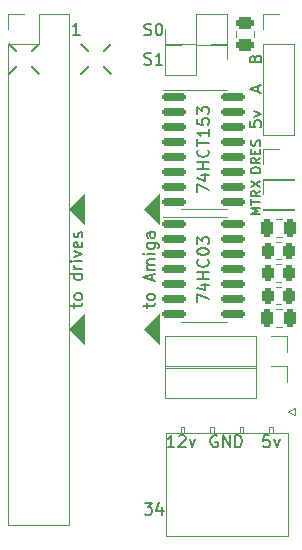
<source format=gto>
G04 #@! TF.GenerationSoftware,KiCad,Pcbnew,6.0.8-f2edbf62ab~116~ubuntu22.04.1*
G04 #@! TF.CreationDate,2022-10-12T19:37:44+02:00*
G04 #@! TF.ProjectId,Amiga dual floppy selector,416d6967-6120-4647-9561-6c20666c6f70,0.2*
G04 #@! TF.SameCoordinates,Original*
G04 #@! TF.FileFunction,Legend,Top*
G04 #@! TF.FilePolarity,Positive*
%FSLAX46Y46*%
G04 Gerber Fmt 4.6, Leading zero omitted, Abs format (unit mm)*
G04 Created by KiCad (PCBNEW 6.0.8-f2edbf62ab~116~ubuntu22.04.1) date 2022-10-12 19:37:44*
%MOMM*%
%LPD*%
G01*
G04 APERTURE LIST*
G04 Aperture macros list*
%AMRoundRect*
0 Rectangle with rounded corners*
0 $1 Rounding radius*
0 $2 $3 $4 $5 $6 $7 $8 $9 X,Y pos of 4 corners*
0 Add a 4 corners polygon primitive as box body*
4,1,4,$2,$3,$4,$5,$6,$7,$8,$9,$2,$3,0*
0 Add four circle primitives for the rounded corners*
1,1,$1+$1,$2,$3*
1,1,$1+$1,$4,$5*
1,1,$1+$1,$6,$7*
1,1,$1+$1,$8,$9*
0 Add four rect primitives between the rounded corners*
20,1,$1+$1,$2,$3,$4,$5,0*
20,1,$1+$1,$4,$5,$6,$7,0*
20,1,$1+$1,$6,$7,$8,$9,0*
20,1,$1+$1,$8,$9,$2,$3,0*%
G04 Aperture macros list end*
%ADD10C,0.150000*%
%ADD11C,0.100000*%
%ADD12C,0.120000*%
%ADD13R,1.700000X1.700000*%
%ADD14O,1.700000X1.700000*%
%ADD15R,1.900000X1.900000*%
%ADD16C,1.900000*%
%ADD17RoundRect,0.150000X-0.825000X-0.150000X0.825000X-0.150000X0.825000X0.150000X-0.825000X0.150000X0*%
%ADD18RoundRect,0.250000X0.262500X0.450000X-0.262500X0.450000X-0.262500X-0.450000X0.262500X-0.450000X0*%
%ADD19RoundRect,0.250000X-0.250000X-0.475000X0.250000X-0.475000X0.250000X0.475000X-0.250000X0.475000X0*%
%ADD20RoundRect,0.250000X0.475000X-0.250000X0.475000X0.250000X-0.475000X0.250000X-0.475000X-0.250000X0*%
G04 APERTURE END LIST*
D10*
X115316000Y-72390000D02*
X112776000Y-69850000D01*
X112776000Y-72390000D02*
X115316000Y-69850000D01*
D11*
G36*
X119380000Y-95250000D02*
G01*
X118110000Y-93980000D01*
X119380000Y-92710000D01*
X119380000Y-95250000D01*
G37*
X119380000Y-95250000D02*
X118110000Y-93980000D01*
X119380000Y-92710000D01*
X119380000Y-95250000D01*
G36*
X113030000Y-85090000D02*
G01*
X111760000Y-83820000D01*
X113030000Y-82550000D01*
X113030000Y-85090000D01*
G37*
X113030000Y-85090000D02*
X111760000Y-83820000D01*
X113030000Y-82550000D01*
X113030000Y-85090000D01*
D10*
X109220000Y-72390000D02*
X106680000Y-69850000D01*
D11*
G36*
X119380000Y-85090000D02*
G01*
X118110000Y-83820000D01*
X119380000Y-82550000D01*
X119380000Y-85090000D01*
G37*
X119380000Y-85090000D02*
X118110000Y-83820000D01*
X119380000Y-82550000D01*
X119380000Y-85090000D01*
D10*
X106680000Y-72390000D02*
X109220000Y-69850000D01*
D11*
G36*
X113030000Y-95250000D02*
G01*
X111760000Y-93980000D01*
X113030000Y-92710000D01*
X113030000Y-95250000D01*
G37*
X113030000Y-95250000D02*
X111760000Y-93980000D01*
X113030000Y-92710000D01*
X113030000Y-95250000D01*
D10*
X128762142Y-102957380D02*
X128285952Y-102957380D01*
X128238333Y-103433571D01*
X128285952Y-103385952D01*
X128381190Y-103338333D01*
X128619285Y-103338333D01*
X128714523Y-103385952D01*
X128762142Y-103433571D01*
X128809761Y-103528809D01*
X128809761Y-103766904D01*
X128762142Y-103862142D01*
X128714523Y-103909761D01*
X128619285Y-103957380D01*
X128381190Y-103957380D01*
X128285952Y-103909761D01*
X128238333Y-103862142D01*
X129143095Y-103290714D02*
X129381190Y-103957380D01*
X129619285Y-103290714D01*
X118173595Y-71524761D02*
X118316452Y-71572380D01*
X118554547Y-71572380D01*
X118649785Y-71524761D01*
X118697404Y-71477142D01*
X118745023Y-71381904D01*
X118745023Y-71286666D01*
X118697404Y-71191428D01*
X118649785Y-71143809D01*
X118554547Y-71096190D01*
X118364071Y-71048571D01*
X118268833Y-71000952D01*
X118221214Y-70953333D01*
X118173595Y-70858095D01*
X118173595Y-70762857D01*
X118221214Y-70667619D01*
X118268833Y-70620000D01*
X118364071Y-70572380D01*
X118602166Y-70572380D01*
X118745023Y-70620000D01*
X119697404Y-71572380D02*
X119125976Y-71572380D01*
X119411690Y-71572380D02*
X119411690Y-70572380D01*
X119316452Y-70715238D01*
X119221214Y-70810476D01*
X119125976Y-70858095D01*
X118403714Y-92161904D02*
X118403714Y-91780952D01*
X118070380Y-92019047D02*
X118927523Y-92019047D01*
X119022761Y-91971428D01*
X119070380Y-91876190D01*
X119070380Y-91780952D01*
X119070380Y-91304761D02*
X119022761Y-91400000D01*
X118975142Y-91447619D01*
X118879904Y-91495238D01*
X118594190Y-91495238D01*
X118498952Y-91447619D01*
X118451333Y-91400000D01*
X118403714Y-91304761D01*
X118403714Y-91161904D01*
X118451333Y-91066666D01*
X118498952Y-91019047D01*
X118594190Y-90971428D01*
X118879904Y-90971428D01*
X118975142Y-91019047D01*
X119022761Y-91066666D01*
X119070380Y-91161904D01*
X119070380Y-91304761D01*
X118784666Y-89828571D02*
X118784666Y-89352380D01*
X119070380Y-89923809D02*
X118070380Y-89590476D01*
X119070380Y-89257142D01*
X119070380Y-88923809D02*
X118403714Y-88923809D01*
X118498952Y-88923809D02*
X118451333Y-88876190D01*
X118403714Y-88780952D01*
X118403714Y-88638095D01*
X118451333Y-88542857D01*
X118546571Y-88495238D01*
X119070380Y-88495238D01*
X118546571Y-88495238D02*
X118451333Y-88447619D01*
X118403714Y-88352380D01*
X118403714Y-88209523D01*
X118451333Y-88114285D01*
X118546571Y-88066666D01*
X119070380Y-88066666D01*
X119070380Y-87590476D02*
X118403714Y-87590476D01*
X118070380Y-87590476D02*
X118118000Y-87638095D01*
X118165619Y-87590476D01*
X118118000Y-87542857D01*
X118070380Y-87590476D01*
X118165619Y-87590476D01*
X118403714Y-86685714D02*
X119213238Y-86685714D01*
X119308476Y-86733333D01*
X119356095Y-86780952D01*
X119403714Y-86876190D01*
X119403714Y-87019047D01*
X119356095Y-87114285D01*
X119022761Y-86685714D02*
X119070380Y-86780952D01*
X119070380Y-86971428D01*
X119022761Y-87066666D01*
X118975142Y-87114285D01*
X118879904Y-87161904D01*
X118594190Y-87161904D01*
X118498952Y-87114285D01*
X118451333Y-87066666D01*
X118403714Y-86971428D01*
X118403714Y-86780952D01*
X118451333Y-86685714D01*
X119070380Y-85780952D02*
X118546571Y-85780952D01*
X118451333Y-85828571D01*
X118403714Y-85923809D01*
X118403714Y-86114285D01*
X118451333Y-86209523D01*
X119022761Y-85780952D02*
X119070380Y-85876190D01*
X119070380Y-86114285D01*
X119022761Y-86209523D01*
X118927523Y-86257142D01*
X118832285Y-86257142D01*
X118737047Y-86209523D01*
X118689428Y-86114285D01*
X118689428Y-85876190D01*
X118641809Y-85780952D01*
X127563571Y-71048571D02*
X127611190Y-70905714D01*
X127658809Y-70858095D01*
X127754047Y-70810476D01*
X127896904Y-70810476D01*
X127992142Y-70858095D01*
X128039761Y-70905714D01*
X128087380Y-71000952D01*
X128087380Y-71381904D01*
X127087380Y-71381904D01*
X127087380Y-71048571D01*
X127135000Y-70953333D01*
X127182619Y-70905714D01*
X127277857Y-70858095D01*
X127373095Y-70858095D01*
X127468333Y-70905714D01*
X127515952Y-70953333D01*
X127563571Y-71048571D01*
X127563571Y-71381904D01*
X112680714Y-69032380D02*
X112109285Y-69032380D01*
X112395000Y-69032380D02*
X112395000Y-68032380D01*
X112299761Y-68175238D01*
X112204523Y-68270476D01*
X112109285Y-68318095D01*
X127087380Y-76342857D02*
X127087380Y-76819047D01*
X127563571Y-76866666D01*
X127515952Y-76819047D01*
X127468333Y-76723809D01*
X127468333Y-76485714D01*
X127515952Y-76390476D01*
X127563571Y-76342857D01*
X127658809Y-76295238D01*
X127896904Y-76295238D01*
X127992142Y-76342857D01*
X128039761Y-76390476D01*
X128087380Y-76485714D01*
X128087380Y-76723809D01*
X128039761Y-76819047D01*
X127992142Y-76866666D01*
X127420714Y-75961904D02*
X128087380Y-75723809D01*
X127420714Y-75485714D01*
X122642380Y-82382857D02*
X122642380Y-81716190D01*
X123642380Y-82144761D01*
X122975714Y-80906666D02*
X123642380Y-80906666D01*
X122594761Y-81144761D02*
X123309047Y-81382857D01*
X123309047Y-80763809D01*
X123642380Y-80382857D02*
X122642380Y-80382857D01*
X123118571Y-80382857D02*
X123118571Y-79811428D01*
X123642380Y-79811428D02*
X122642380Y-79811428D01*
X123547142Y-78763809D02*
X123594761Y-78811428D01*
X123642380Y-78954285D01*
X123642380Y-79049523D01*
X123594761Y-79192380D01*
X123499523Y-79287619D01*
X123404285Y-79335238D01*
X123213809Y-79382857D01*
X123070952Y-79382857D01*
X122880476Y-79335238D01*
X122785238Y-79287619D01*
X122690000Y-79192380D01*
X122642380Y-79049523D01*
X122642380Y-78954285D01*
X122690000Y-78811428D01*
X122737619Y-78763809D01*
X122642380Y-78478095D02*
X122642380Y-77906666D01*
X123642380Y-78192380D02*
X122642380Y-78192380D01*
X123642380Y-77049523D02*
X123642380Y-77620952D01*
X123642380Y-77335238D02*
X122642380Y-77335238D01*
X122785238Y-77430476D01*
X122880476Y-77525714D01*
X122928095Y-77620952D01*
X122642380Y-76144761D02*
X122642380Y-76620952D01*
X123118571Y-76668571D01*
X123070952Y-76620952D01*
X123023333Y-76525714D01*
X123023333Y-76287619D01*
X123070952Y-76192380D01*
X123118571Y-76144761D01*
X123213809Y-76097142D01*
X123451904Y-76097142D01*
X123547142Y-76144761D01*
X123594761Y-76192380D01*
X123642380Y-76287619D01*
X123642380Y-76525714D01*
X123594761Y-76620952D01*
X123547142Y-76668571D01*
X122642380Y-75763809D02*
X122642380Y-75144761D01*
X123023333Y-75478095D01*
X123023333Y-75335238D01*
X123070952Y-75240000D01*
X123118571Y-75192380D01*
X123213809Y-75144761D01*
X123451904Y-75144761D01*
X123547142Y-75192380D01*
X123594761Y-75240000D01*
X123642380Y-75335238D01*
X123642380Y-75620952D01*
X123594761Y-75716190D01*
X123547142Y-75763809D01*
X127996904Y-80727380D02*
X127196904Y-80727380D01*
X127196904Y-80536904D01*
X127235000Y-80422619D01*
X127311190Y-80346428D01*
X127387380Y-80308333D01*
X127539761Y-80270238D01*
X127654047Y-80270238D01*
X127806428Y-80308333D01*
X127882619Y-80346428D01*
X127958809Y-80422619D01*
X127996904Y-80536904D01*
X127996904Y-80727380D01*
X127996904Y-79470238D02*
X127615952Y-79736904D01*
X127996904Y-79927380D02*
X127196904Y-79927380D01*
X127196904Y-79622619D01*
X127235000Y-79546428D01*
X127273095Y-79508333D01*
X127349285Y-79470238D01*
X127463571Y-79470238D01*
X127539761Y-79508333D01*
X127577857Y-79546428D01*
X127615952Y-79622619D01*
X127615952Y-79927380D01*
X127577857Y-79127380D02*
X127577857Y-78860714D01*
X127996904Y-78746428D02*
X127996904Y-79127380D01*
X127196904Y-79127380D01*
X127196904Y-78746428D01*
X127958809Y-78441666D02*
X127996904Y-78327380D01*
X127996904Y-78136904D01*
X127958809Y-78060714D01*
X127920714Y-78022619D01*
X127844523Y-77984523D01*
X127768333Y-77984523D01*
X127692142Y-78022619D01*
X127654047Y-78060714D01*
X127615952Y-78136904D01*
X127577857Y-78289285D01*
X127539761Y-78365476D01*
X127501666Y-78403571D01*
X127425476Y-78441666D01*
X127349285Y-78441666D01*
X127273095Y-78403571D01*
X127235000Y-78365476D01*
X127196904Y-78289285D01*
X127196904Y-78098809D01*
X127235000Y-77984523D01*
X122642380Y-91685714D02*
X122642380Y-91019047D01*
X123642380Y-91447619D01*
X122975714Y-90209523D02*
X123642380Y-90209523D01*
X122594761Y-90447619D02*
X123309047Y-90685714D01*
X123309047Y-90066666D01*
X123642380Y-89685714D02*
X122642380Y-89685714D01*
X123118571Y-89685714D02*
X123118571Y-89114285D01*
X123642380Y-89114285D02*
X122642380Y-89114285D01*
X123547142Y-88066666D02*
X123594761Y-88114285D01*
X123642380Y-88257142D01*
X123642380Y-88352380D01*
X123594761Y-88495238D01*
X123499523Y-88590476D01*
X123404285Y-88638095D01*
X123213809Y-88685714D01*
X123070952Y-88685714D01*
X122880476Y-88638095D01*
X122785238Y-88590476D01*
X122690000Y-88495238D01*
X122642380Y-88352380D01*
X122642380Y-88257142D01*
X122690000Y-88114285D01*
X122737619Y-88066666D01*
X122642380Y-87447619D02*
X122642380Y-87352380D01*
X122690000Y-87257142D01*
X122737619Y-87209523D01*
X122832857Y-87161904D01*
X123023333Y-87114285D01*
X123261428Y-87114285D01*
X123451904Y-87161904D01*
X123547142Y-87209523D01*
X123594761Y-87257142D01*
X123642380Y-87352380D01*
X123642380Y-87447619D01*
X123594761Y-87542857D01*
X123547142Y-87590476D01*
X123451904Y-87638095D01*
X123261428Y-87685714D01*
X123023333Y-87685714D01*
X122832857Y-87638095D01*
X122737619Y-87590476D01*
X122690000Y-87542857D01*
X122642380Y-87447619D01*
X122642380Y-86780952D02*
X122642380Y-86161904D01*
X123023333Y-86495238D01*
X123023333Y-86352380D01*
X123070952Y-86257142D01*
X123118571Y-86209523D01*
X123213809Y-86161904D01*
X123451904Y-86161904D01*
X123547142Y-86209523D01*
X123594761Y-86257142D01*
X123642380Y-86352380D01*
X123642380Y-86638095D01*
X123594761Y-86733333D01*
X123547142Y-86780952D01*
X120713571Y-103957380D02*
X120142142Y-103957380D01*
X120427857Y-103957380D02*
X120427857Y-102957380D01*
X120332619Y-103100238D01*
X120237380Y-103195476D01*
X120142142Y-103243095D01*
X121094523Y-103052619D02*
X121142142Y-103005000D01*
X121237380Y-102957380D01*
X121475476Y-102957380D01*
X121570714Y-103005000D01*
X121618333Y-103052619D01*
X121665952Y-103147857D01*
X121665952Y-103243095D01*
X121618333Y-103385952D01*
X121046904Y-103957380D01*
X121665952Y-103957380D01*
X121999285Y-103290714D02*
X122237380Y-103957380D01*
X122475476Y-103290714D01*
X112244214Y-92138095D02*
X112244214Y-91757142D01*
X111910880Y-91995238D02*
X112768023Y-91995238D01*
X112863261Y-91947619D01*
X112910880Y-91852380D01*
X112910880Y-91757142D01*
X112910880Y-91280952D02*
X112863261Y-91376190D01*
X112815642Y-91423809D01*
X112720404Y-91471428D01*
X112434690Y-91471428D01*
X112339452Y-91423809D01*
X112291833Y-91376190D01*
X112244214Y-91280952D01*
X112244214Y-91138095D01*
X112291833Y-91042857D01*
X112339452Y-90995238D01*
X112434690Y-90947619D01*
X112720404Y-90947619D01*
X112815642Y-90995238D01*
X112863261Y-91042857D01*
X112910880Y-91138095D01*
X112910880Y-91280952D01*
X112910880Y-89328571D02*
X111910880Y-89328571D01*
X112863261Y-89328571D02*
X112910880Y-89423809D01*
X112910880Y-89614285D01*
X112863261Y-89709523D01*
X112815642Y-89757142D01*
X112720404Y-89804761D01*
X112434690Y-89804761D01*
X112339452Y-89757142D01*
X112291833Y-89709523D01*
X112244214Y-89614285D01*
X112244214Y-89423809D01*
X112291833Y-89328571D01*
X112910880Y-88852380D02*
X112244214Y-88852380D01*
X112434690Y-88852380D02*
X112339452Y-88804761D01*
X112291833Y-88757142D01*
X112244214Y-88661904D01*
X112244214Y-88566666D01*
X112910880Y-88233333D02*
X112244214Y-88233333D01*
X111910880Y-88233333D02*
X111958500Y-88280952D01*
X112006119Y-88233333D01*
X111958500Y-88185714D01*
X111910880Y-88233333D01*
X112006119Y-88233333D01*
X112244214Y-87852380D02*
X112910880Y-87614285D01*
X112244214Y-87376190D01*
X112863261Y-86614285D02*
X112910880Y-86709523D01*
X112910880Y-86900000D01*
X112863261Y-86995238D01*
X112768023Y-87042857D01*
X112387071Y-87042857D01*
X112291833Y-86995238D01*
X112244214Y-86900000D01*
X112244214Y-86709523D01*
X112291833Y-86614285D01*
X112387071Y-86566666D01*
X112482309Y-86566666D01*
X112577547Y-87042857D01*
X112863261Y-86185714D02*
X112910880Y-86090476D01*
X112910880Y-85900000D01*
X112863261Y-85804761D01*
X112768023Y-85757142D01*
X112720404Y-85757142D01*
X112625166Y-85804761D01*
X112577547Y-85900000D01*
X112577547Y-86042857D01*
X112529928Y-86138095D01*
X112434690Y-86185714D01*
X112387071Y-86185714D01*
X112291833Y-86138095D01*
X112244214Y-86042857D01*
X112244214Y-85900000D01*
X112291833Y-85804761D01*
X118173595Y-69048261D02*
X118316452Y-69095880D01*
X118554547Y-69095880D01*
X118649785Y-69048261D01*
X118697404Y-69000642D01*
X118745023Y-68905404D01*
X118745023Y-68810166D01*
X118697404Y-68714928D01*
X118649785Y-68667309D01*
X118554547Y-68619690D01*
X118364071Y-68572071D01*
X118268833Y-68524452D01*
X118221214Y-68476833D01*
X118173595Y-68381595D01*
X118173595Y-68286357D01*
X118221214Y-68191119D01*
X118268833Y-68143500D01*
X118364071Y-68095880D01*
X118602166Y-68095880D01*
X118745023Y-68143500D01*
X119364071Y-68095880D02*
X119459309Y-68095880D01*
X119554547Y-68143500D01*
X119602166Y-68191119D01*
X119649785Y-68286357D01*
X119697404Y-68476833D01*
X119697404Y-68714928D01*
X119649785Y-68905404D01*
X119602166Y-69000642D01*
X119554547Y-69048261D01*
X119459309Y-69095880D01*
X119364071Y-69095880D01*
X119268833Y-69048261D01*
X119221214Y-69000642D01*
X119173595Y-68905404D01*
X119125976Y-68714928D01*
X119125976Y-68476833D01*
X119173595Y-68286357D01*
X119221214Y-68191119D01*
X119268833Y-68143500D01*
X119364071Y-68095880D01*
X127801666Y-73898095D02*
X127801666Y-73421904D01*
X128087380Y-73993333D02*
X127087380Y-73660000D01*
X128087380Y-73326666D01*
X127996904Y-84219880D02*
X127196904Y-84219880D01*
X127768333Y-83953214D01*
X127196904Y-83686547D01*
X127996904Y-83686547D01*
X127196904Y-83419880D02*
X127196904Y-82962738D01*
X127996904Y-83191309D02*
X127196904Y-83191309D01*
X127996904Y-82238928D02*
X127615952Y-82505595D01*
X127996904Y-82696071D02*
X127196904Y-82696071D01*
X127196904Y-82391309D01*
X127235000Y-82315119D01*
X127273095Y-82277023D01*
X127349285Y-82238928D01*
X127463571Y-82238928D01*
X127539761Y-82277023D01*
X127577857Y-82315119D01*
X127615952Y-82391309D01*
X127615952Y-82696071D01*
X127196904Y-81972261D02*
X127996904Y-81438928D01*
X127196904Y-81438928D02*
X127996904Y-81972261D01*
X118189476Y-108672380D02*
X118808523Y-108672380D01*
X118475190Y-109053333D01*
X118618047Y-109053333D01*
X118713285Y-109100952D01*
X118760904Y-109148571D01*
X118808523Y-109243809D01*
X118808523Y-109481904D01*
X118760904Y-109577142D01*
X118713285Y-109624761D01*
X118618047Y-109672380D01*
X118332333Y-109672380D01*
X118237095Y-109624761D01*
X118189476Y-109577142D01*
X119665666Y-109005714D02*
X119665666Y-109672380D01*
X119427571Y-108624761D02*
X119189476Y-109339047D01*
X119808523Y-109339047D01*
X124333095Y-103005000D02*
X124237857Y-102957380D01*
X124095000Y-102957380D01*
X123952142Y-103005000D01*
X123856904Y-103100238D01*
X123809285Y-103195476D01*
X123761666Y-103385952D01*
X123761666Y-103528809D01*
X123809285Y-103719285D01*
X123856904Y-103814523D01*
X123952142Y-103909761D01*
X124095000Y-103957380D01*
X124190238Y-103957380D01*
X124333095Y-103909761D01*
X124380714Y-103862142D01*
X124380714Y-103528809D01*
X124190238Y-103528809D01*
X124809285Y-103957380D02*
X124809285Y-102957380D01*
X125380714Y-103957380D01*
X125380714Y-102957380D01*
X125856904Y-103957380D02*
X125856904Y-102957380D01*
X126095000Y-102957380D01*
X126237857Y-103005000D01*
X126333095Y-103100238D01*
X126380714Y-103195476D01*
X126428333Y-103385952D01*
X126428333Y-103528809D01*
X126380714Y-103719285D01*
X126333095Y-103814523D01*
X126237857Y-103909761D01*
X126095000Y-103957380D01*
X125856904Y-103957380D01*
D12*
X109220000Y-69850000D02*
X109220000Y-67250000D01*
X109220000Y-67250000D02*
X111820000Y-67250000D01*
X111820000Y-67250000D02*
X111820000Y-110550000D01*
X106620000Y-110550000D02*
X111820000Y-110550000D01*
X106620000Y-69850000D02*
X106620000Y-110550000D01*
X106620000Y-68580000D02*
X106620000Y-67250000D01*
X106620000Y-67250000D02*
X107950000Y-67250000D01*
X106620000Y-69850000D02*
X109220000Y-69850000D01*
X121255000Y-102265000D02*
X121255000Y-102735000D01*
X126555000Y-102735000D02*
X126555000Y-102265000D01*
X128755000Y-102265000D02*
X128755000Y-102735000D01*
X128755000Y-102735000D02*
X129055000Y-102735000D01*
X130905000Y-100665000D02*
X130905000Y-101265000D01*
X126255000Y-102735000D02*
X126555000Y-102735000D01*
X123755000Y-102735000D02*
X124055000Y-102735000D01*
X124055000Y-102265000D02*
X123755000Y-102265000D01*
X121255000Y-102735000D02*
X121555000Y-102735000D01*
X130305000Y-102735000D02*
X120005000Y-102735000D01*
X126555000Y-102265000D02*
X126255000Y-102265000D01*
X121555000Y-102735000D02*
X121555000Y-102265000D01*
X130305000Y-111495000D02*
X130305000Y-102735000D01*
X129055000Y-102265000D02*
X128755000Y-102265000D01*
X129055000Y-102735000D02*
X129055000Y-102265000D01*
X126255000Y-102265000D02*
X126255000Y-102735000D01*
X120005000Y-111495000D02*
X130305000Y-111495000D01*
X123755000Y-102265000D02*
X123755000Y-102735000D01*
X130905000Y-101265000D02*
X130305000Y-100965000D01*
X124055000Y-102735000D02*
X124055000Y-102265000D01*
X121555000Y-102265000D02*
X121255000Y-102265000D01*
X130305000Y-100965000D02*
X130905000Y-100665000D01*
X120005000Y-102735000D02*
X120005000Y-111495000D01*
X130235000Y-94555000D02*
X130235000Y-95885000D01*
X119955000Y-94555000D02*
X119955000Y-97215000D01*
X127635000Y-97215000D02*
X119955000Y-97215000D01*
X127635000Y-94555000D02*
X119955000Y-94555000D01*
X128905000Y-94555000D02*
X130235000Y-94555000D01*
X127635000Y-94555000D02*
X127635000Y-97215000D01*
X130235000Y-97095000D02*
X130235000Y-98425000D01*
X127635000Y-97095000D02*
X127635000Y-99755000D01*
X128905000Y-97095000D02*
X130235000Y-97095000D01*
X119955000Y-97095000D02*
X119955000Y-99755000D01*
X127635000Y-99755000D02*
X119955000Y-99755000D01*
X127635000Y-97095000D02*
X119955000Y-97095000D01*
X123190000Y-84465000D02*
X125140000Y-84465000D01*
X123190000Y-93335000D02*
X125140000Y-93335000D01*
X123190000Y-93335000D02*
X121240000Y-93335000D01*
X123190000Y-84465000D02*
X119740000Y-84465000D01*
X123190000Y-83800000D02*
X121240000Y-83800000D01*
X123190000Y-73680000D02*
X119740000Y-73680000D01*
X123190000Y-73680000D02*
X125140000Y-73680000D01*
X123190000Y-83800000D02*
X125140000Y-83800000D01*
X129767064Y-88482500D02*
X129312936Y-88482500D01*
X129767064Y-89952500D02*
X129312936Y-89952500D01*
X128210000Y-69850000D02*
X130870000Y-69850000D01*
X130870000Y-69850000D02*
X130870000Y-77530000D01*
X128210000Y-69850000D02*
X128210000Y-77530000D01*
X128210000Y-68580000D02*
X128210000Y-67250000D01*
X128210000Y-77530000D02*
X130870000Y-77530000D01*
X128210000Y-67250000D02*
X129540000Y-67250000D01*
X128210000Y-80010000D02*
X128210000Y-78680000D01*
X128210000Y-81280000D02*
X130870000Y-81280000D01*
X128210000Y-81280000D02*
X128210000Y-81340000D01*
X128210000Y-78680000D02*
X129540000Y-78680000D01*
X128210000Y-81340000D02*
X130870000Y-81340000D01*
X130870000Y-81280000D02*
X130870000Y-81340000D01*
X128210000Y-82550000D02*
X128210000Y-81220000D01*
X128210000Y-81220000D02*
X129540000Y-81220000D01*
X128210000Y-83820000D02*
X128210000Y-83880000D01*
X128210000Y-83820000D02*
X130870000Y-83820000D01*
X130870000Y-83820000D02*
X130870000Y-83880000D01*
X128210000Y-83880000D02*
X130870000Y-83880000D01*
X122555000Y-72450000D02*
X119955000Y-72450000D01*
X123825000Y-69790000D02*
X125155000Y-69790000D01*
X122555000Y-69790000D02*
X122555000Y-72450000D01*
X119955000Y-69790000D02*
X119955000Y-72450000D01*
X125155000Y-69790000D02*
X125155000Y-71120000D01*
X122555000Y-69790000D02*
X119955000Y-69790000D01*
X122555000Y-67250000D02*
X125155000Y-67250000D01*
X122555000Y-69910000D02*
X125155000Y-69910000D01*
X121285000Y-69910000D02*
X119955000Y-69910000D01*
X125155000Y-69910000D02*
X125155000Y-67250000D01*
X122555000Y-69910000D02*
X122555000Y-67250000D01*
X119955000Y-69910000D02*
X119955000Y-68580000D01*
X129278748Y-93762500D02*
X129801252Y-93762500D01*
X129278748Y-92292500D02*
X129801252Y-92292500D01*
X129278748Y-84672500D02*
X129801252Y-84672500D01*
X129278748Y-86142500D02*
X129801252Y-86142500D01*
X129767064Y-88047500D02*
X129312936Y-88047500D01*
X129767064Y-86577500D02*
X129312936Y-86577500D01*
X127417500Y-69222252D02*
X127417500Y-68699748D01*
X125947500Y-69222252D02*
X125947500Y-68699748D01*
X129767064Y-90387500D02*
X129312936Y-90387500D01*
X129767064Y-91857500D02*
X129312936Y-91857500D01*
%LPC*%
D13*
X107950000Y-68580000D03*
D14*
X110490000Y-68580000D03*
X107950000Y-71120000D03*
X110490000Y-71120000D03*
X107950000Y-73660000D03*
X110490000Y-73660000D03*
X107950000Y-76200000D03*
X110490000Y-76200000D03*
X107950000Y-78740000D03*
X110490000Y-78740000D03*
X107950000Y-81280000D03*
X110490000Y-81280000D03*
X107950000Y-83820000D03*
X110490000Y-83820000D03*
X107950000Y-86360000D03*
X110490000Y-86360000D03*
X107950000Y-88900000D03*
X110490000Y-88900000D03*
X107950000Y-91440000D03*
X110490000Y-91440000D03*
X107950000Y-93980000D03*
X110490000Y-93980000D03*
X107950000Y-96520000D03*
X110490000Y-96520000D03*
X107950000Y-99060000D03*
X110490000Y-99060000D03*
X107950000Y-101600000D03*
X110490000Y-101600000D03*
X107950000Y-104140000D03*
X110490000Y-104140000D03*
X107950000Y-106680000D03*
X110490000Y-106680000D03*
X107950000Y-109220000D03*
X110490000Y-109220000D03*
D15*
X128905000Y-100965000D03*
D16*
X126405000Y-100965000D03*
X123905000Y-100965000D03*
X121405000Y-100965000D03*
D13*
X128905000Y-95885000D03*
D14*
X126365000Y-95885000D03*
X123825000Y-95885000D03*
X121285000Y-95885000D03*
D13*
X128905000Y-98425000D03*
D14*
X126365000Y-98425000D03*
X123825000Y-98425000D03*
X121285000Y-98425000D03*
D17*
X120715000Y-85090000D03*
X120715000Y-86360000D03*
X120715000Y-87630000D03*
X120715000Y-88900000D03*
X120715000Y-90170000D03*
X120715000Y-91440000D03*
X120715000Y-92710000D03*
X125665000Y-92710000D03*
X125665000Y-91440000D03*
X125665000Y-90170000D03*
X125665000Y-88900000D03*
X125665000Y-87630000D03*
X125665000Y-86360000D03*
X125665000Y-85090000D03*
X120715000Y-74295000D03*
X120715000Y-75565000D03*
X120715000Y-76835000D03*
X120715000Y-78105000D03*
X120715000Y-79375000D03*
X120715000Y-80645000D03*
X120715000Y-81915000D03*
X120715000Y-83185000D03*
X125665000Y-83185000D03*
X125665000Y-81915000D03*
X125665000Y-80645000D03*
X125665000Y-79375000D03*
X125665000Y-78105000D03*
X125665000Y-76835000D03*
X125665000Y-75565000D03*
X125665000Y-74295000D03*
D18*
X130452500Y-89217500D03*
X128627500Y-89217500D03*
D13*
X129540000Y-68580000D03*
D14*
X129540000Y-71120000D03*
X129540000Y-73660000D03*
X129540000Y-76200000D03*
D13*
X129540000Y-80010000D03*
X129540000Y-82550000D03*
X123825000Y-71120000D03*
D14*
X121285000Y-71120000D03*
D13*
X121285000Y-68580000D03*
D14*
X123825000Y-68580000D03*
D19*
X128590000Y-93027500D03*
X130490000Y-93027500D03*
X128590000Y-85407500D03*
X130490000Y-85407500D03*
D18*
X130452500Y-87312500D03*
X128627500Y-87312500D03*
D20*
X126682500Y-69911000D03*
X126682500Y-68011000D03*
D18*
X130452500Y-91122500D03*
X128627500Y-91122500D03*
D13*
X114080225Y-68590000D03*
D14*
X116620225Y-68590000D03*
X114080225Y-71130000D03*
X116620225Y-71130000D03*
X114080225Y-73670000D03*
X116620225Y-73670000D03*
X114080225Y-76210000D03*
X116620225Y-76210000D03*
X114080225Y-78750000D03*
X116620225Y-78750000D03*
X114080225Y-81290000D03*
X116620225Y-81290000D03*
X114080225Y-83830000D03*
X116620225Y-83830000D03*
X114080225Y-86370000D03*
X116620225Y-86370000D03*
X114080225Y-88910000D03*
X116620225Y-88910000D03*
X114080225Y-91450000D03*
X116620225Y-91450000D03*
X114080225Y-93990000D03*
X116620225Y-93990000D03*
X114080225Y-96530000D03*
X116620225Y-96530000D03*
X114080225Y-99070000D03*
X116620225Y-99070000D03*
X114080225Y-101610000D03*
X116620225Y-101610000D03*
X114080225Y-104150000D03*
X116620225Y-104150000D03*
X114080225Y-106690000D03*
X116620225Y-106690000D03*
X114080225Y-109230000D03*
X116620225Y-109230000D03*
M02*

</source>
